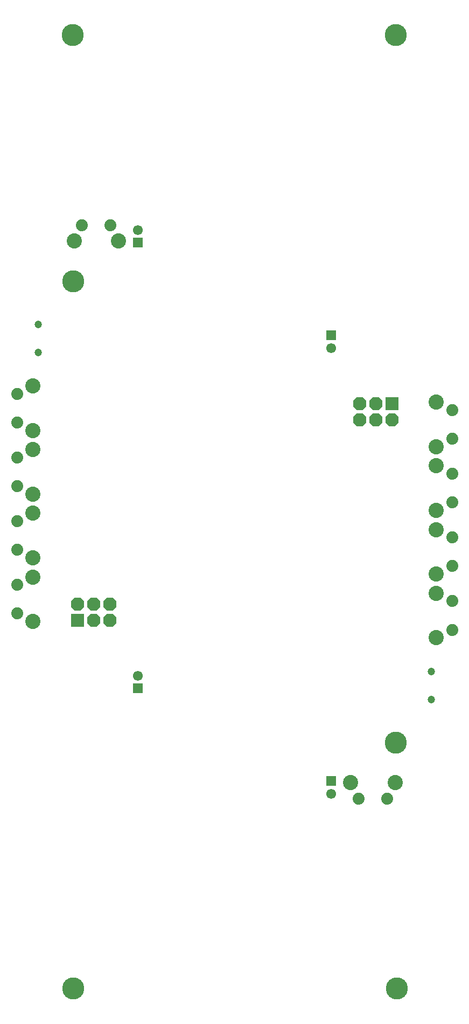
<source format=gbs>
G75*
G70*
%OFA0B0*%
%FSLAX24Y24*%
%IPPOS*%
%LPD*%
%AMOC8*
5,1,8,0,0,1.08239X$1,22.5*
%
%ADD10C,0.1365*%
%ADD11C,0.0474*%
%ADD12R,0.0611X0.0611*%
%ADD13C,0.0611*%
%ADD14C,0.0940*%
%ADD15C,0.0740*%
%ADD16R,0.0820X0.0820*%
%ADD17OC8,0.0820*%
D10*
X008798Y004408D03*
X028806Y004408D03*
X028762Y019624D03*
X008798Y048156D03*
X008754Y063372D03*
X028762Y063372D03*
D11*
X030943Y024018D03*
X030943Y022286D03*
X006617Y043762D03*
X006617Y045494D03*
D12*
X012798Y050534D03*
X024762Y044805D03*
X012798Y022975D03*
X024762Y017246D03*
D13*
X024762Y016459D03*
X012798Y023762D03*
X024762Y044018D03*
X012798Y051321D03*
D14*
X011597Y050636D03*
X008841Y050636D03*
X006298Y041675D03*
X006298Y038920D03*
X006298Y037738D03*
X006298Y034983D03*
X006298Y033801D03*
X006298Y031046D03*
X006298Y029864D03*
X006298Y027109D03*
X025963Y017144D03*
X028719Y017144D03*
X031262Y026105D03*
X031262Y028860D03*
X031262Y030042D03*
X031262Y032797D03*
X031262Y033979D03*
X031262Y036734D03*
X031262Y037916D03*
X031262Y040671D03*
D15*
X032243Y040179D03*
X032243Y038408D03*
X032243Y036242D03*
X032243Y034471D03*
X032243Y032305D03*
X032243Y030534D03*
X032243Y028368D03*
X032243Y026597D03*
X028227Y016164D03*
X026455Y016164D03*
X011105Y051616D03*
X009333Y051616D03*
X005317Y041183D03*
X005317Y039412D03*
X005317Y037246D03*
X005317Y035475D03*
X005317Y033309D03*
X005317Y031538D03*
X005317Y029372D03*
X005317Y027601D03*
D16*
X009042Y027199D03*
X028518Y040581D03*
D17*
X028518Y039581D03*
X027518Y039581D03*
X027518Y040581D03*
X026518Y040581D03*
X026518Y039581D03*
X011042Y028199D03*
X011042Y027199D03*
X010042Y027199D03*
X010042Y028199D03*
X009042Y028199D03*
M02*

</source>
